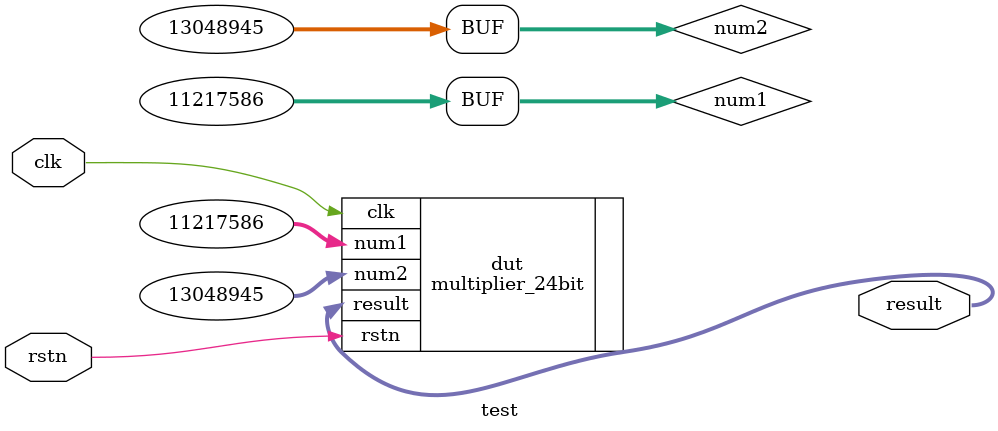
<source format=sv>
module test(
    input logic clk, 
    input logic rstn, 
    output logic [47:0] result
);

    logic [31:0] num1, num2; 
        
    assign num1 = 24'b101010110010101010110010;
    assign num2 = 24'b110001110001110001110001;




	
    multiplier_24bit dut(
        .num1(num1),
        .num2(num2), 
        .rstn(rstn), 
        .clk(clk), 
        .result(result)
	);
    
endmodule
</source>
